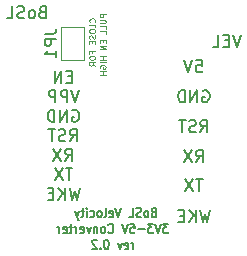
<source format=gbr>
G04 #@! TF.GenerationSoftware,KiCad,Pcbnew,(5.1.5)-3*
G04 #@! TF.CreationDate,2020-08-04T19:08:33+10:00*
G04 #@! TF.ProjectId,Interconnect,496e7465-7263-46f6-9e6e-6563742e6b69,rev 0.2*
G04 #@! TF.SameCoordinates,Original*
G04 #@! TF.FileFunction,Legend,Bot*
G04 #@! TF.FilePolarity,Positive*
%FSLAX46Y46*%
G04 Gerber Fmt 4.6, Leading zero omitted, Abs format (unit mm)*
G04 Created by KiCad (PCBNEW (5.1.5)-3) date 2020-08-04 19:08:33*
%MOMM*%
%LPD*%
G04 APERTURE LIST*
%ADD10C,0.150000*%
%ADD11C,0.125000*%
%ADD12C,0.120000*%
G04 APERTURE END LIST*
D10*
X151883904Y-84764571D02*
X151741047Y-84812190D01*
X151693428Y-84859809D01*
X151645809Y-84955047D01*
X151645809Y-85097904D01*
X151693428Y-85193142D01*
X151741047Y-85240761D01*
X151836285Y-85288380D01*
X152217238Y-85288380D01*
X152217238Y-84288380D01*
X151883904Y-84288380D01*
X151788666Y-84336000D01*
X151741047Y-84383619D01*
X151693428Y-84478857D01*
X151693428Y-84574095D01*
X151741047Y-84669333D01*
X151788666Y-84716952D01*
X151883904Y-84764571D01*
X152217238Y-84764571D01*
X151074380Y-85288380D02*
X151169619Y-85240761D01*
X151217238Y-85193142D01*
X151264857Y-85097904D01*
X151264857Y-84812190D01*
X151217238Y-84716952D01*
X151169619Y-84669333D01*
X151074380Y-84621714D01*
X150931523Y-84621714D01*
X150836285Y-84669333D01*
X150788666Y-84716952D01*
X150741047Y-84812190D01*
X150741047Y-85097904D01*
X150788666Y-85193142D01*
X150836285Y-85240761D01*
X150931523Y-85288380D01*
X151074380Y-85288380D01*
X150360095Y-85240761D02*
X150217238Y-85288380D01*
X149979142Y-85288380D01*
X149883904Y-85240761D01*
X149836285Y-85193142D01*
X149788666Y-85097904D01*
X149788666Y-85002666D01*
X149836285Y-84907428D01*
X149883904Y-84859809D01*
X149979142Y-84812190D01*
X150169619Y-84764571D01*
X150264857Y-84716952D01*
X150312476Y-84669333D01*
X150360095Y-84574095D01*
X150360095Y-84478857D01*
X150312476Y-84383619D01*
X150264857Y-84336000D01*
X150169619Y-84288380D01*
X149931523Y-84288380D01*
X149788666Y-84336000D01*
X148883904Y-85288380D02*
X149360095Y-85288380D01*
X149360095Y-84288380D01*
X168703476Y-86701380D02*
X168370142Y-87701380D01*
X168036809Y-86701380D01*
X167703476Y-87177571D02*
X167370142Y-87177571D01*
X167227285Y-87701380D02*
X167703476Y-87701380D01*
X167703476Y-86701380D01*
X167227285Y-86701380D01*
X166322523Y-87701380D02*
X166798714Y-87701380D01*
X166798714Y-86701380D01*
D11*
X156332071Y-85622047D02*
X156355880Y-85598238D01*
X156379690Y-85526809D01*
X156379690Y-85479190D01*
X156355880Y-85407761D01*
X156308261Y-85360142D01*
X156260642Y-85336333D01*
X156165404Y-85312523D01*
X156093976Y-85312523D01*
X155998738Y-85336333D01*
X155951119Y-85360142D01*
X155903500Y-85407761D01*
X155879690Y-85479190D01*
X155879690Y-85526809D01*
X155903500Y-85598238D01*
X155927309Y-85622047D01*
X156379690Y-86074428D02*
X156379690Y-85836333D01*
X155879690Y-85836333D01*
X155879690Y-86336333D02*
X155879690Y-86431571D01*
X155903500Y-86479190D01*
X155951119Y-86526809D01*
X156046357Y-86550619D01*
X156213023Y-86550619D01*
X156308261Y-86526809D01*
X156355880Y-86479190D01*
X156379690Y-86431571D01*
X156379690Y-86336333D01*
X156355880Y-86288714D01*
X156308261Y-86241095D01*
X156213023Y-86217285D01*
X156046357Y-86217285D01*
X155951119Y-86241095D01*
X155903500Y-86288714D01*
X155879690Y-86336333D01*
X156355880Y-86741095D02*
X156379690Y-86812523D01*
X156379690Y-86931571D01*
X156355880Y-86979190D01*
X156332071Y-87003000D01*
X156284452Y-87026809D01*
X156236833Y-87026809D01*
X156189214Y-87003000D01*
X156165404Y-86979190D01*
X156141595Y-86931571D01*
X156117785Y-86836333D01*
X156093976Y-86788714D01*
X156070166Y-86764904D01*
X156022547Y-86741095D01*
X155974928Y-86741095D01*
X155927309Y-86764904D01*
X155903500Y-86788714D01*
X155879690Y-86836333D01*
X155879690Y-86955380D01*
X155903500Y-87026809D01*
X156117785Y-87241095D02*
X156117785Y-87407761D01*
X156379690Y-87479190D02*
X156379690Y-87241095D01*
X155879690Y-87241095D01*
X155879690Y-87479190D01*
X156117785Y-88241095D02*
X156117785Y-88074428D01*
X156379690Y-88074428D02*
X155879690Y-88074428D01*
X155879690Y-88312523D01*
X155879690Y-88598238D02*
X155879690Y-88693476D01*
X155903500Y-88741095D01*
X155951119Y-88788714D01*
X156046357Y-88812523D01*
X156213023Y-88812523D01*
X156308261Y-88788714D01*
X156355880Y-88741095D01*
X156379690Y-88693476D01*
X156379690Y-88598238D01*
X156355880Y-88550619D01*
X156308261Y-88503000D01*
X156213023Y-88479190D01*
X156046357Y-88479190D01*
X155951119Y-88503000D01*
X155903500Y-88550619D01*
X155879690Y-88598238D01*
X156379690Y-89312523D02*
X156141595Y-89145857D01*
X156379690Y-89026809D02*
X155879690Y-89026809D01*
X155879690Y-89217285D01*
X155903500Y-89264904D01*
X155927309Y-89288714D01*
X155974928Y-89312523D01*
X156046357Y-89312523D01*
X156093976Y-89288714D01*
X156117785Y-89264904D01*
X156141595Y-89217285D01*
X156141595Y-89026809D01*
X157254690Y-84943476D02*
X156754690Y-84943476D01*
X156754690Y-85133952D01*
X156778500Y-85181571D01*
X156802309Y-85205380D01*
X156849928Y-85229190D01*
X156921357Y-85229190D01*
X156968976Y-85205380D01*
X156992785Y-85181571D01*
X157016595Y-85133952D01*
X157016595Y-84943476D01*
X156754690Y-85443476D02*
X157159452Y-85443476D01*
X157207071Y-85467285D01*
X157230880Y-85491095D01*
X157254690Y-85538714D01*
X157254690Y-85633952D01*
X157230880Y-85681571D01*
X157207071Y-85705380D01*
X157159452Y-85729190D01*
X156754690Y-85729190D01*
X157254690Y-86205380D02*
X157254690Y-85967285D01*
X156754690Y-85967285D01*
X157254690Y-86610142D02*
X157254690Y-86372047D01*
X156754690Y-86372047D01*
X156992785Y-87157761D02*
X156992785Y-87324428D01*
X157254690Y-87395857D02*
X157254690Y-87157761D01*
X156754690Y-87157761D01*
X156754690Y-87395857D01*
X157254690Y-87610142D02*
X156754690Y-87610142D01*
X157254690Y-87895857D01*
X156754690Y-87895857D01*
X157254690Y-88514904D02*
X156754690Y-88514904D01*
X156992785Y-88514904D02*
X156992785Y-88800619D01*
X157254690Y-88800619D02*
X156754690Y-88800619D01*
X157254690Y-89038714D02*
X156754690Y-89038714D01*
X156778500Y-89538714D02*
X156754690Y-89491095D01*
X156754690Y-89419666D01*
X156778500Y-89348238D01*
X156826119Y-89300619D01*
X156873738Y-89276809D01*
X156968976Y-89253000D01*
X157040404Y-89253000D01*
X157135642Y-89276809D01*
X157183261Y-89300619D01*
X157230880Y-89348238D01*
X157254690Y-89419666D01*
X157254690Y-89467285D01*
X157230880Y-89538714D01*
X157207071Y-89562523D01*
X157040404Y-89562523D01*
X157040404Y-89467285D01*
X157254690Y-89776809D02*
X156754690Y-89776809D01*
X156992785Y-89776809D02*
X156992785Y-90062523D01*
X157254690Y-90062523D02*
X156754690Y-90062523D01*
D10*
X166099952Y-101560380D02*
X165861857Y-102560380D01*
X165671380Y-101846095D01*
X165480904Y-102560380D01*
X165242809Y-101560380D01*
X164861857Y-102560380D02*
X164861857Y-101560380D01*
X164290428Y-102560380D02*
X164719000Y-101988952D01*
X164290428Y-101560380D02*
X164861857Y-102131809D01*
X163861857Y-102036571D02*
X163528523Y-102036571D01*
X163385666Y-102560380D02*
X163861857Y-102560380D01*
X163861857Y-101560380D01*
X163385666Y-101560380D01*
X165480904Y-98893380D02*
X164909476Y-98893380D01*
X165195190Y-99893380D02*
X165195190Y-98893380D01*
X164671380Y-98893380D02*
X164004714Y-99893380D01*
X164004714Y-98893380D02*
X164671380Y-99893380D01*
X164885666Y-97480380D02*
X165219000Y-97004190D01*
X165457095Y-97480380D02*
X165457095Y-96480380D01*
X165076142Y-96480380D01*
X164980904Y-96528000D01*
X164933285Y-96575619D01*
X164885666Y-96670857D01*
X164885666Y-96813714D01*
X164933285Y-96908952D01*
X164980904Y-96956571D01*
X165076142Y-97004190D01*
X165457095Y-97004190D01*
X164552333Y-96480380D02*
X163885666Y-97480380D01*
X163885666Y-96480380D02*
X164552333Y-97480380D01*
X165266619Y-94940380D02*
X165599952Y-94464190D01*
X165838047Y-94940380D02*
X165838047Y-93940380D01*
X165457095Y-93940380D01*
X165361857Y-93988000D01*
X165314238Y-94035619D01*
X165266619Y-94130857D01*
X165266619Y-94273714D01*
X165314238Y-94368952D01*
X165361857Y-94416571D01*
X165457095Y-94464190D01*
X165838047Y-94464190D01*
X164885666Y-94892761D02*
X164742809Y-94940380D01*
X164504714Y-94940380D01*
X164409476Y-94892761D01*
X164361857Y-94845142D01*
X164314238Y-94749904D01*
X164314238Y-94654666D01*
X164361857Y-94559428D01*
X164409476Y-94511809D01*
X164504714Y-94464190D01*
X164695190Y-94416571D01*
X164790428Y-94368952D01*
X164838047Y-94321333D01*
X164885666Y-94226095D01*
X164885666Y-94130857D01*
X164838047Y-94035619D01*
X164790428Y-93988000D01*
X164695190Y-93940380D01*
X164457095Y-93940380D01*
X164314238Y-93988000D01*
X164028523Y-93940380D02*
X163457095Y-93940380D01*
X163742809Y-94940380D02*
X163742809Y-93940380D01*
X165480904Y-91448000D02*
X165576142Y-91400380D01*
X165719000Y-91400380D01*
X165861857Y-91448000D01*
X165957095Y-91543238D01*
X166004714Y-91638476D01*
X166052333Y-91828952D01*
X166052333Y-91971809D01*
X166004714Y-92162285D01*
X165957095Y-92257523D01*
X165861857Y-92352761D01*
X165719000Y-92400380D01*
X165623761Y-92400380D01*
X165480904Y-92352761D01*
X165433285Y-92305142D01*
X165433285Y-91971809D01*
X165623761Y-91971809D01*
X165004714Y-92400380D02*
X165004714Y-91400380D01*
X164433285Y-92400380D01*
X164433285Y-91400380D01*
X163957095Y-92400380D02*
X163957095Y-91400380D01*
X163719000Y-91400380D01*
X163576142Y-91448000D01*
X163480904Y-91543238D01*
X163433285Y-91638476D01*
X163385666Y-91828952D01*
X163385666Y-91971809D01*
X163433285Y-92162285D01*
X163480904Y-92257523D01*
X163576142Y-92352761D01*
X163719000Y-92400380D01*
X163957095Y-92400380D01*
X164909476Y-88860380D02*
X165385666Y-88860380D01*
X165433285Y-89336571D01*
X165385666Y-89288952D01*
X165290428Y-89241333D01*
X165052333Y-89241333D01*
X164957095Y-89288952D01*
X164909476Y-89336571D01*
X164861857Y-89431809D01*
X164861857Y-89669904D01*
X164909476Y-89765142D01*
X164957095Y-89812761D01*
X165052333Y-89860380D01*
X165290428Y-89860380D01*
X165385666Y-89812761D01*
X165433285Y-89765142D01*
X164576142Y-88860380D02*
X164242809Y-89860380D01*
X163909476Y-88860380D01*
X154408095Y-90228571D02*
X154074761Y-90228571D01*
X153931904Y-90752380D02*
X154408095Y-90752380D01*
X154408095Y-89752380D01*
X153931904Y-89752380D01*
X153503333Y-90752380D02*
X153503333Y-89752380D01*
X152931904Y-90752380D01*
X152931904Y-89752380D01*
X155003333Y-91402380D02*
X154670000Y-92402380D01*
X154336666Y-91402380D01*
X154003333Y-92402380D02*
X154003333Y-91402380D01*
X153622380Y-91402380D01*
X153527142Y-91450000D01*
X153479523Y-91497619D01*
X153431904Y-91592857D01*
X153431904Y-91735714D01*
X153479523Y-91830952D01*
X153527142Y-91878571D01*
X153622380Y-91926190D01*
X154003333Y-91926190D01*
X153003333Y-92402380D02*
X153003333Y-91402380D01*
X152622380Y-91402380D01*
X152527142Y-91450000D01*
X152479523Y-91497619D01*
X152431904Y-91592857D01*
X152431904Y-91735714D01*
X152479523Y-91830952D01*
X152527142Y-91878571D01*
X152622380Y-91926190D01*
X153003333Y-91926190D01*
X154431904Y-93100000D02*
X154527142Y-93052380D01*
X154670000Y-93052380D01*
X154812857Y-93100000D01*
X154908095Y-93195238D01*
X154955714Y-93290476D01*
X155003333Y-93480952D01*
X155003333Y-93623809D01*
X154955714Y-93814285D01*
X154908095Y-93909523D01*
X154812857Y-94004761D01*
X154670000Y-94052380D01*
X154574761Y-94052380D01*
X154431904Y-94004761D01*
X154384285Y-93957142D01*
X154384285Y-93623809D01*
X154574761Y-93623809D01*
X153955714Y-94052380D02*
X153955714Y-93052380D01*
X153384285Y-94052380D01*
X153384285Y-93052380D01*
X152908095Y-94052380D02*
X152908095Y-93052380D01*
X152670000Y-93052380D01*
X152527142Y-93100000D01*
X152431904Y-93195238D01*
X152384285Y-93290476D01*
X152336666Y-93480952D01*
X152336666Y-93623809D01*
X152384285Y-93814285D01*
X152431904Y-93909523D01*
X152527142Y-94004761D01*
X152670000Y-94052380D01*
X152908095Y-94052380D01*
X154217619Y-95702380D02*
X154550952Y-95226190D01*
X154789047Y-95702380D02*
X154789047Y-94702380D01*
X154408095Y-94702380D01*
X154312857Y-94750000D01*
X154265238Y-94797619D01*
X154217619Y-94892857D01*
X154217619Y-95035714D01*
X154265238Y-95130952D01*
X154312857Y-95178571D01*
X154408095Y-95226190D01*
X154789047Y-95226190D01*
X153836666Y-95654761D02*
X153693809Y-95702380D01*
X153455714Y-95702380D01*
X153360476Y-95654761D01*
X153312857Y-95607142D01*
X153265238Y-95511904D01*
X153265238Y-95416666D01*
X153312857Y-95321428D01*
X153360476Y-95273809D01*
X153455714Y-95226190D01*
X153646190Y-95178571D01*
X153741428Y-95130952D01*
X153789047Y-95083333D01*
X153836666Y-94988095D01*
X153836666Y-94892857D01*
X153789047Y-94797619D01*
X153741428Y-94750000D01*
X153646190Y-94702380D01*
X153408095Y-94702380D01*
X153265238Y-94750000D01*
X152979523Y-94702380D02*
X152408095Y-94702380D01*
X152693809Y-95702380D02*
X152693809Y-94702380D01*
X153836666Y-97352380D02*
X154170000Y-96876190D01*
X154408095Y-97352380D02*
X154408095Y-96352380D01*
X154027142Y-96352380D01*
X153931904Y-96400000D01*
X153884285Y-96447619D01*
X153836666Y-96542857D01*
X153836666Y-96685714D01*
X153884285Y-96780952D01*
X153931904Y-96828571D01*
X154027142Y-96876190D01*
X154408095Y-96876190D01*
X153503333Y-96352380D02*
X152836666Y-97352380D01*
X152836666Y-96352380D02*
X153503333Y-97352380D01*
X154431904Y-98002380D02*
X153860476Y-98002380D01*
X154146190Y-99002380D02*
X154146190Y-98002380D01*
X153622380Y-98002380D02*
X152955714Y-99002380D01*
X152955714Y-98002380D02*
X153622380Y-99002380D01*
X155050952Y-99652380D02*
X154812857Y-100652380D01*
X154622380Y-99938095D01*
X154431904Y-100652380D01*
X154193809Y-99652380D01*
X153812857Y-100652380D02*
X153812857Y-99652380D01*
X153241428Y-100652380D02*
X153670000Y-100080952D01*
X153241428Y-99652380D02*
X153812857Y-100223809D01*
X152812857Y-100128571D02*
X152479523Y-100128571D01*
X152336666Y-100652380D02*
X152812857Y-100652380D01*
X152812857Y-99652380D01*
X152336666Y-99652380D01*
X161311000Y-101716857D02*
X161211000Y-101754952D01*
X161177666Y-101793047D01*
X161144333Y-101869238D01*
X161144333Y-101983523D01*
X161177666Y-102059714D01*
X161211000Y-102097809D01*
X161277666Y-102135904D01*
X161544333Y-102135904D01*
X161544333Y-101335904D01*
X161311000Y-101335904D01*
X161244333Y-101374000D01*
X161211000Y-101412095D01*
X161177666Y-101488285D01*
X161177666Y-101564476D01*
X161211000Y-101640666D01*
X161244333Y-101678761D01*
X161311000Y-101716857D01*
X161544333Y-101716857D01*
X160744333Y-102135904D02*
X160811000Y-102097809D01*
X160844333Y-102059714D01*
X160877666Y-101983523D01*
X160877666Y-101754952D01*
X160844333Y-101678761D01*
X160811000Y-101640666D01*
X160744333Y-101602571D01*
X160644333Y-101602571D01*
X160577666Y-101640666D01*
X160544333Y-101678761D01*
X160511000Y-101754952D01*
X160511000Y-101983523D01*
X160544333Y-102059714D01*
X160577666Y-102097809D01*
X160644333Y-102135904D01*
X160744333Y-102135904D01*
X160244333Y-102097809D02*
X160144333Y-102135904D01*
X159977666Y-102135904D01*
X159911000Y-102097809D01*
X159877666Y-102059714D01*
X159844333Y-101983523D01*
X159844333Y-101907333D01*
X159877666Y-101831142D01*
X159911000Y-101793047D01*
X159977666Y-101754952D01*
X160111000Y-101716857D01*
X160177666Y-101678761D01*
X160211000Y-101640666D01*
X160244333Y-101564476D01*
X160244333Y-101488285D01*
X160211000Y-101412095D01*
X160177666Y-101374000D01*
X160111000Y-101335904D01*
X159944333Y-101335904D01*
X159844333Y-101374000D01*
X159211000Y-102135904D02*
X159544333Y-102135904D01*
X159544333Y-101335904D01*
X158544333Y-101335904D02*
X158311000Y-102135904D01*
X158077666Y-101335904D01*
X157577666Y-102097809D02*
X157644333Y-102135904D01*
X157777666Y-102135904D01*
X157844333Y-102097809D01*
X157877666Y-102021619D01*
X157877666Y-101716857D01*
X157844333Y-101640666D01*
X157777666Y-101602571D01*
X157644333Y-101602571D01*
X157577666Y-101640666D01*
X157544333Y-101716857D01*
X157544333Y-101793047D01*
X157877666Y-101869238D01*
X157144333Y-102135904D02*
X157211000Y-102097809D01*
X157244333Y-102021619D01*
X157244333Y-101335904D01*
X156777666Y-102135904D02*
X156844333Y-102097809D01*
X156877666Y-102059714D01*
X156911000Y-101983523D01*
X156911000Y-101754952D01*
X156877666Y-101678761D01*
X156844333Y-101640666D01*
X156777666Y-101602571D01*
X156677666Y-101602571D01*
X156611000Y-101640666D01*
X156577666Y-101678761D01*
X156544333Y-101754952D01*
X156544333Y-101983523D01*
X156577666Y-102059714D01*
X156611000Y-102097809D01*
X156677666Y-102135904D01*
X156777666Y-102135904D01*
X155944333Y-102097809D02*
X156011000Y-102135904D01*
X156144333Y-102135904D01*
X156211000Y-102097809D01*
X156244333Y-102059714D01*
X156277666Y-101983523D01*
X156277666Y-101754952D01*
X156244333Y-101678761D01*
X156211000Y-101640666D01*
X156144333Y-101602571D01*
X156011000Y-101602571D01*
X155944333Y-101640666D01*
X155644333Y-102135904D02*
X155644333Y-101602571D01*
X155644333Y-101335904D02*
X155677666Y-101374000D01*
X155644333Y-101412095D01*
X155611000Y-101374000D01*
X155644333Y-101335904D01*
X155644333Y-101412095D01*
X155411000Y-101602571D02*
X155144333Y-101602571D01*
X155311000Y-101335904D02*
X155311000Y-102021619D01*
X155277666Y-102097809D01*
X155211000Y-102135904D01*
X155144333Y-102135904D01*
X154977666Y-101602571D02*
X154811000Y-102135904D01*
X154644333Y-101602571D02*
X154811000Y-102135904D01*
X154877666Y-102326380D01*
X154911000Y-102364476D01*
X154977666Y-102402571D01*
X162544333Y-102685904D02*
X162111000Y-102685904D01*
X162344333Y-102990666D01*
X162244333Y-102990666D01*
X162177666Y-103028761D01*
X162144333Y-103066857D01*
X162111000Y-103143047D01*
X162111000Y-103333523D01*
X162144333Y-103409714D01*
X162177666Y-103447809D01*
X162244333Y-103485904D01*
X162444333Y-103485904D01*
X162511000Y-103447809D01*
X162544333Y-103409714D01*
X161911000Y-102685904D02*
X161677666Y-103485904D01*
X161444333Y-102685904D01*
X161277666Y-102685904D02*
X160844333Y-102685904D01*
X161077666Y-102990666D01*
X160977666Y-102990666D01*
X160911000Y-103028761D01*
X160877666Y-103066857D01*
X160844333Y-103143047D01*
X160844333Y-103333523D01*
X160877666Y-103409714D01*
X160911000Y-103447809D01*
X160977666Y-103485904D01*
X161177666Y-103485904D01*
X161244333Y-103447809D01*
X161277666Y-103409714D01*
X160544333Y-103181142D02*
X160011000Y-103181142D01*
X159344333Y-102685904D02*
X159677666Y-102685904D01*
X159711000Y-103066857D01*
X159677666Y-103028761D01*
X159611000Y-102990666D01*
X159444333Y-102990666D01*
X159377666Y-103028761D01*
X159344333Y-103066857D01*
X159311000Y-103143047D01*
X159311000Y-103333523D01*
X159344333Y-103409714D01*
X159377666Y-103447809D01*
X159444333Y-103485904D01*
X159611000Y-103485904D01*
X159677666Y-103447809D01*
X159711000Y-103409714D01*
X159111000Y-102685904D02*
X158877666Y-103485904D01*
X158644333Y-102685904D01*
X157477666Y-103409714D02*
X157511000Y-103447809D01*
X157611000Y-103485904D01*
X157677666Y-103485904D01*
X157777666Y-103447809D01*
X157844333Y-103371619D01*
X157877666Y-103295428D01*
X157911000Y-103143047D01*
X157911000Y-103028761D01*
X157877666Y-102876380D01*
X157844333Y-102800190D01*
X157777666Y-102724000D01*
X157677666Y-102685904D01*
X157611000Y-102685904D01*
X157511000Y-102724000D01*
X157477666Y-102762095D01*
X157077666Y-103485904D02*
X157144333Y-103447809D01*
X157177666Y-103409714D01*
X157211000Y-103333523D01*
X157211000Y-103104952D01*
X157177666Y-103028761D01*
X157144333Y-102990666D01*
X157077666Y-102952571D01*
X156977666Y-102952571D01*
X156911000Y-102990666D01*
X156877666Y-103028761D01*
X156844333Y-103104952D01*
X156844333Y-103333523D01*
X156877666Y-103409714D01*
X156911000Y-103447809D01*
X156977666Y-103485904D01*
X157077666Y-103485904D01*
X156544333Y-102952571D02*
X156544333Y-103485904D01*
X156544333Y-103028761D02*
X156511000Y-102990666D01*
X156444333Y-102952571D01*
X156344333Y-102952571D01*
X156277666Y-102990666D01*
X156244333Y-103066857D01*
X156244333Y-103485904D01*
X155977666Y-102952571D02*
X155811000Y-103485904D01*
X155644333Y-102952571D01*
X155111000Y-103447809D02*
X155177666Y-103485904D01*
X155311000Y-103485904D01*
X155377666Y-103447809D01*
X155411000Y-103371619D01*
X155411000Y-103066857D01*
X155377666Y-102990666D01*
X155311000Y-102952571D01*
X155177666Y-102952571D01*
X155111000Y-102990666D01*
X155077666Y-103066857D01*
X155077666Y-103143047D01*
X155411000Y-103219238D01*
X154777666Y-103485904D02*
X154777666Y-102952571D01*
X154777666Y-103104952D02*
X154744333Y-103028761D01*
X154711000Y-102990666D01*
X154644333Y-102952571D01*
X154577666Y-102952571D01*
X154444333Y-102952571D02*
X154177666Y-102952571D01*
X154344333Y-102685904D02*
X154344333Y-103371619D01*
X154311000Y-103447809D01*
X154244333Y-103485904D01*
X154177666Y-103485904D01*
X153677666Y-103447809D02*
X153744333Y-103485904D01*
X153877666Y-103485904D01*
X153944333Y-103447809D01*
X153977666Y-103371619D01*
X153977666Y-103066857D01*
X153944333Y-102990666D01*
X153877666Y-102952571D01*
X153744333Y-102952571D01*
X153677666Y-102990666D01*
X153644333Y-103066857D01*
X153644333Y-103143047D01*
X153977666Y-103219238D01*
X153344333Y-103485904D02*
X153344333Y-102952571D01*
X153344333Y-103104952D02*
X153311000Y-103028761D01*
X153277666Y-102990666D01*
X153211000Y-102952571D01*
X153144333Y-102952571D01*
X159577666Y-104835904D02*
X159577666Y-104302571D01*
X159577666Y-104454952D02*
X159544333Y-104378761D01*
X159511000Y-104340666D01*
X159444333Y-104302571D01*
X159377666Y-104302571D01*
X158877666Y-104797809D02*
X158944333Y-104835904D01*
X159077666Y-104835904D01*
X159144333Y-104797809D01*
X159177666Y-104721619D01*
X159177666Y-104416857D01*
X159144333Y-104340666D01*
X159077666Y-104302571D01*
X158944333Y-104302571D01*
X158877666Y-104340666D01*
X158844333Y-104416857D01*
X158844333Y-104493047D01*
X159177666Y-104569238D01*
X158611000Y-104302571D02*
X158444333Y-104835904D01*
X158277666Y-104302571D01*
X157344333Y-104035904D02*
X157277666Y-104035904D01*
X157211000Y-104074000D01*
X157177666Y-104112095D01*
X157144333Y-104188285D01*
X157111000Y-104340666D01*
X157111000Y-104531142D01*
X157144333Y-104683523D01*
X157177666Y-104759714D01*
X157211000Y-104797809D01*
X157277666Y-104835904D01*
X157344333Y-104835904D01*
X157411000Y-104797809D01*
X157444333Y-104759714D01*
X157477666Y-104683523D01*
X157511000Y-104531142D01*
X157511000Y-104340666D01*
X157477666Y-104188285D01*
X157444333Y-104112095D01*
X157411000Y-104074000D01*
X157344333Y-104035904D01*
X156811000Y-104759714D02*
X156777666Y-104797809D01*
X156811000Y-104835904D01*
X156844333Y-104797809D01*
X156811000Y-104759714D01*
X156811000Y-104835904D01*
X156511000Y-104112095D02*
X156477666Y-104074000D01*
X156411000Y-104035904D01*
X156244333Y-104035904D01*
X156177666Y-104074000D01*
X156144333Y-104112095D01*
X156111000Y-104188285D01*
X156111000Y-104264476D01*
X156144333Y-104378761D01*
X156544333Y-104835904D01*
X156111000Y-104835904D01*
D12*
X153432000Y-86039500D02*
X153432000Y-88839500D01*
X153432000Y-88839500D02*
X155432000Y-88839500D01*
X155432000Y-88839500D02*
X155432000Y-86039500D01*
X155432000Y-86039500D02*
X153432000Y-86039500D01*
D10*
X152084380Y-86606166D02*
X152798666Y-86606166D01*
X152941523Y-86558547D01*
X153036761Y-86463309D01*
X153084380Y-86320452D01*
X153084380Y-86225214D01*
X153084380Y-87082357D02*
X152084380Y-87082357D01*
X152084380Y-87463309D01*
X152132000Y-87558547D01*
X152179619Y-87606166D01*
X152274857Y-87653785D01*
X152417714Y-87653785D01*
X152512952Y-87606166D01*
X152560571Y-87558547D01*
X152608190Y-87463309D01*
X152608190Y-87082357D01*
X153084380Y-88606166D02*
X153084380Y-88034738D01*
X153084380Y-88320452D02*
X152084380Y-88320452D01*
X152227238Y-88225214D01*
X152322476Y-88129976D01*
X152370095Y-88034738D01*
M02*

</source>
